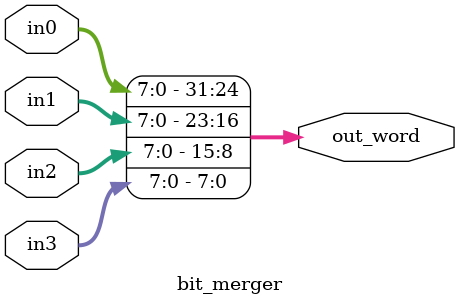
<source format=v>

module bit_merger(
    input  wire [7:0] in0,   // Most significant byte
    input  wire [7:0] in1,
    input  wire [7:0] in2,
    input  wire [7:0] in3,   // Least significant byte
    output wire [31:0] out_word
);

    // Concatenate 4×8-bit symbols into one 32-bit word
    assign out_word = {in0, in1, in2, in3};

endmodule
</source>
